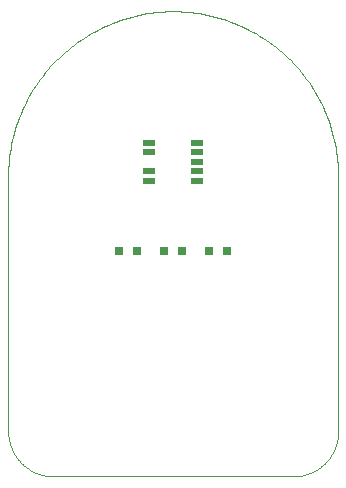
<source format=gtp>
G75*
%MOIN*%
%OFA0B0*%
%FSLAX25Y25*%
%IPPOS*%
%LPD*%
%AMOC8*
5,1,8,0,0,1.08239X$1,22.5*
%
%ADD10R,0.03937X0.01969*%
%ADD11C,0.00000*%
%ADD12R,0.03150X0.03150*%
D10*
X0053808Y0117628D03*
X0053808Y0120778D03*
X0053808Y0127077D03*
X0053808Y0130226D03*
X0069831Y0130226D03*
X0069831Y0127077D03*
X0069831Y0123927D03*
X0069831Y0120778D03*
X0069831Y0117628D03*
D11*
X0101800Y0019006D02*
X0021800Y0019006D01*
X0021438Y0019010D01*
X0021075Y0019024D01*
X0020713Y0019045D01*
X0020352Y0019076D01*
X0019992Y0019115D01*
X0019633Y0019163D01*
X0019275Y0019220D01*
X0018918Y0019285D01*
X0018563Y0019359D01*
X0018210Y0019442D01*
X0017859Y0019533D01*
X0017511Y0019632D01*
X0017165Y0019740D01*
X0016821Y0019856D01*
X0016481Y0019981D01*
X0016144Y0020113D01*
X0015810Y0020254D01*
X0015479Y0020403D01*
X0015152Y0020560D01*
X0014829Y0020724D01*
X0014510Y0020896D01*
X0014196Y0021076D01*
X0013885Y0021264D01*
X0013580Y0021459D01*
X0013279Y0021661D01*
X0012983Y0021871D01*
X0012693Y0022087D01*
X0012407Y0022311D01*
X0012127Y0022541D01*
X0011853Y0022778D01*
X0011585Y0023022D01*
X0011322Y0023272D01*
X0011066Y0023528D01*
X0010816Y0023791D01*
X0010572Y0024059D01*
X0010335Y0024333D01*
X0010105Y0024613D01*
X0009881Y0024899D01*
X0009665Y0025189D01*
X0009455Y0025485D01*
X0009253Y0025786D01*
X0009058Y0026091D01*
X0008870Y0026402D01*
X0008690Y0026716D01*
X0008518Y0027035D01*
X0008354Y0027358D01*
X0008197Y0027685D01*
X0008048Y0028016D01*
X0007907Y0028350D01*
X0007775Y0028687D01*
X0007650Y0029027D01*
X0007534Y0029371D01*
X0007426Y0029717D01*
X0007327Y0030065D01*
X0007236Y0030416D01*
X0007153Y0030769D01*
X0007079Y0031124D01*
X0007014Y0031481D01*
X0006957Y0031839D01*
X0006909Y0032198D01*
X0006870Y0032558D01*
X0006839Y0032919D01*
X0006818Y0033281D01*
X0006804Y0033644D01*
X0006800Y0034006D01*
X0006800Y0119006D01*
X0006816Y0120345D01*
X0006865Y0121684D01*
X0006947Y0123021D01*
X0007061Y0124355D01*
X0007207Y0125687D01*
X0007386Y0127014D01*
X0007597Y0128337D01*
X0007841Y0129654D01*
X0008116Y0130965D01*
X0008423Y0132268D01*
X0008762Y0133564D01*
X0009132Y0134851D01*
X0009533Y0136129D01*
X0009966Y0137397D01*
X0010429Y0138654D01*
X0010923Y0139899D01*
X0011447Y0141132D01*
X0012000Y0142351D01*
X0012584Y0143557D01*
X0013196Y0144748D01*
X0013837Y0145924D01*
X0014507Y0147084D01*
X0015205Y0148227D01*
X0015930Y0149353D01*
X0016683Y0150461D01*
X0017462Y0151551D01*
X0018268Y0152621D01*
X0019099Y0153671D01*
X0019956Y0154700D01*
X0020838Y0155709D01*
X0021743Y0156695D01*
X0022673Y0157659D01*
X0023626Y0158601D01*
X0024601Y0159519D01*
X0025599Y0160412D01*
X0026618Y0161282D01*
X0027658Y0162126D01*
X0028718Y0162944D01*
X0029798Y0163737D01*
X0030896Y0164503D01*
X0032014Y0165242D01*
X0033148Y0165954D01*
X0034300Y0166637D01*
X0035468Y0167293D01*
X0036652Y0167920D01*
X0037850Y0168518D01*
X0039063Y0169086D01*
X0040289Y0169625D01*
X0041528Y0170134D01*
X0042779Y0170612D01*
X0044042Y0171060D01*
X0045314Y0171477D01*
X0046597Y0171863D01*
X0047889Y0172218D01*
X0049189Y0172541D01*
X0050496Y0172832D01*
X0051810Y0173091D01*
X0053130Y0173318D01*
X0054455Y0173513D01*
X0055785Y0173676D01*
X0057118Y0173806D01*
X0058453Y0173904D01*
X0059791Y0173969D01*
X0061130Y0174002D01*
X0062470Y0174002D01*
X0063809Y0173969D01*
X0065147Y0173904D01*
X0066482Y0173806D01*
X0067815Y0173676D01*
X0069145Y0173513D01*
X0070470Y0173318D01*
X0071790Y0173091D01*
X0073104Y0172832D01*
X0074411Y0172541D01*
X0075711Y0172218D01*
X0077003Y0171863D01*
X0078286Y0171477D01*
X0079558Y0171060D01*
X0080821Y0170612D01*
X0082072Y0170134D01*
X0083311Y0169625D01*
X0084537Y0169086D01*
X0085750Y0168518D01*
X0086948Y0167920D01*
X0088132Y0167293D01*
X0089300Y0166637D01*
X0090452Y0165954D01*
X0091586Y0165242D01*
X0092704Y0164503D01*
X0093802Y0163737D01*
X0094882Y0162944D01*
X0095942Y0162126D01*
X0096982Y0161282D01*
X0098001Y0160412D01*
X0098999Y0159519D01*
X0099974Y0158601D01*
X0100927Y0157659D01*
X0101857Y0156695D01*
X0102762Y0155709D01*
X0103644Y0154700D01*
X0104501Y0153671D01*
X0105332Y0152621D01*
X0106138Y0151551D01*
X0106917Y0150461D01*
X0107670Y0149353D01*
X0108395Y0148227D01*
X0109093Y0147084D01*
X0109763Y0145924D01*
X0110404Y0144748D01*
X0111016Y0143557D01*
X0111600Y0142351D01*
X0112153Y0141132D01*
X0112677Y0139899D01*
X0113171Y0138654D01*
X0113634Y0137397D01*
X0114067Y0136129D01*
X0114468Y0134851D01*
X0114838Y0133564D01*
X0115177Y0132268D01*
X0115484Y0130965D01*
X0115759Y0129654D01*
X0116003Y0128337D01*
X0116214Y0127014D01*
X0116393Y0125687D01*
X0116539Y0124355D01*
X0116653Y0123021D01*
X0116735Y0121684D01*
X0116784Y0120345D01*
X0116800Y0119006D01*
X0116800Y0034006D01*
X0116796Y0033644D01*
X0116782Y0033281D01*
X0116761Y0032919D01*
X0116730Y0032558D01*
X0116691Y0032198D01*
X0116643Y0031839D01*
X0116586Y0031481D01*
X0116521Y0031124D01*
X0116447Y0030769D01*
X0116364Y0030416D01*
X0116273Y0030065D01*
X0116174Y0029717D01*
X0116066Y0029371D01*
X0115950Y0029027D01*
X0115825Y0028687D01*
X0115693Y0028350D01*
X0115552Y0028016D01*
X0115403Y0027685D01*
X0115246Y0027358D01*
X0115082Y0027035D01*
X0114910Y0026716D01*
X0114730Y0026402D01*
X0114542Y0026091D01*
X0114347Y0025786D01*
X0114145Y0025485D01*
X0113935Y0025189D01*
X0113719Y0024899D01*
X0113495Y0024613D01*
X0113265Y0024333D01*
X0113028Y0024059D01*
X0112784Y0023791D01*
X0112534Y0023528D01*
X0112278Y0023272D01*
X0112015Y0023022D01*
X0111747Y0022778D01*
X0111473Y0022541D01*
X0111193Y0022311D01*
X0110907Y0022087D01*
X0110617Y0021871D01*
X0110321Y0021661D01*
X0110020Y0021459D01*
X0109715Y0021264D01*
X0109404Y0021076D01*
X0109090Y0020896D01*
X0108771Y0020724D01*
X0108448Y0020560D01*
X0108121Y0020403D01*
X0107790Y0020254D01*
X0107456Y0020113D01*
X0107119Y0019981D01*
X0106779Y0019856D01*
X0106435Y0019740D01*
X0106089Y0019632D01*
X0105741Y0019533D01*
X0105390Y0019442D01*
X0105037Y0019359D01*
X0104682Y0019285D01*
X0104325Y0019220D01*
X0103967Y0019163D01*
X0103608Y0019115D01*
X0103248Y0019076D01*
X0102887Y0019045D01*
X0102525Y0019024D01*
X0102162Y0019010D01*
X0101800Y0019006D01*
D12*
X0079753Y0094006D03*
X0073847Y0094006D03*
X0064753Y0094006D03*
X0058847Y0094006D03*
X0049753Y0094006D03*
X0043847Y0094006D03*
M02*

</source>
